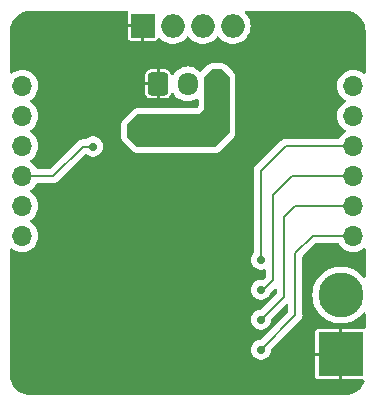
<source format=gbl>
G04 #@! TF.GenerationSoftware,KiCad,Pcbnew,7.0.1*
G04 #@! TF.CreationDate,2023-08-13T17:58:05+02:00*
G04 #@! TF.ProjectId,neopixel_cots_hat,6e656f70-6978-4656-9c5f-636f74735f68,1*
G04 #@! TF.SameCoordinates,Original*
G04 #@! TF.FileFunction,Copper,L2,Bot*
G04 #@! TF.FilePolarity,Positive*
%FSLAX46Y46*%
G04 Gerber Fmt 4.6, Leading zero omitted, Abs format (unit mm)*
G04 Created by KiCad (PCBNEW 7.0.1) date 2023-08-13 17:58:05*
%MOMM*%
%LPD*%
G01*
G04 APERTURE LIST*
G04 Aperture macros list*
%AMRoundRect*
0 Rectangle with rounded corners*
0 $1 Rounding radius*
0 $2 $3 $4 $5 $6 $7 $8 $9 X,Y pos of 4 corners*
0 Add a 4 corners polygon primitive as box body*
4,1,4,$2,$3,$4,$5,$6,$7,$8,$9,$2,$3,0*
0 Add four circle primitives for the rounded corners*
1,1,$1+$1,$2,$3*
1,1,$1+$1,$4,$5*
1,1,$1+$1,$6,$7*
1,1,$1+$1,$8,$9*
0 Add four rect primitives between the rounded corners*
20,1,$1+$1,$2,$3,$4,$5,0*
20,1,$1+$1,$4,$5,$6,$7,0*
20,1,$1+$1,$6,$7,$8,$9,0*
20,1,$1+$1,$8,$9,$2,$3,0*%
G04 Aperture macros list end*
G04 #@! TA.AperFunction,ComponentPad*
%ADD10C,3.800000*%
G04 #@! TD*
G04 #@! TA.AperFunction,ComponentPad*
%ADD11R,3.800000X3.800000*%
G04 #@! TD*
G04 #@! TA.AperFunction,ComponentPad*
%ADD12O,2.000000X2.000000*%
G04 #@! TD*
G04 #@! TA.AperFunction,ComponentPad*
%ADD13O,1.700000X1.700000*%
G04 #@! TD*
G04 #@! TA.AperFunction,ComponentPad*
%ADD14R,2.000000X2.000000*%
G04 #@! TD*
G04 #@! TA.AperFunction,ComponentPad*
%ADD15RoundRect,0.250000X-0.600000X-0.725000X0.600000X-0.725000X0.600000X0.725000X-0.600000X0.725000X0*%
G04 #@! TD*
G04 #@! TA.AperFunction,ComponentPad*
%ADD16O,1.700000X1.950000*%
G04 #@! TD*
G04 #@! TA.AperFunction,ViaPad*
%ADD17C,0.700000*%
G04 #@! TD*
G04 #@! TA.AperFunction,ViaPad*
%ADD18C,0.800000*%
G04 #@! TD*
G04 #@! TA.AperFunction,Conductor*
%ADD19C,0.200000*%
G04 #@! TD*
G04 APERTURE END LIST*
D10*
X117025000Y-71250000D03*
D11*
X117025000Y-76250000D03*
D12*
X107877000Y-48455000D03*
X105337000Y-48455000D03*
D13*
X118067000Y-53535000D03*
X118067000Y-56075000D03*
X118067000Y-58615000D03*
X118067000Y-61155000D03*
X118067000Y-63695000D03*
X118067000Y-66235000D03*
X90067000Y-66235000D03*
X90067000Y-63695000D03*
X90067000Y-61155000D03*
X90067000Y-58615000D03*
X90067000Y-56075000D03*
X90067000Y-53535000D03*
D12*
X102797000Y-48455000D03*
D14*
X100257000Y-48455000D03*
D15*
X101550000Y-53375000D03*
D16*
X104050000Y-53375000D03*
X106550000Y-53375000D03*
D17*
X93970000Y-74490000D03*
X93970000Y-73640000D03*
X98090000Y-73210000D03*
X95880000Y-48490000D03*
X94190000Y-48490000D03*
D18*
X100810000Y-58130000D03*
X99910000Y-58130000D03*
X101260000Y-57330000D03*
X99460000Y-57330000D03*
X100360000Y-57330000D03*
X100800000Y-56550000D03*
X99900000Y-56550000D03*
D17*
X98100000Y-74225000D03*
X98100000Y-72225000D03*
X117975000Y-50725000D03*
X117975000Y-48725000D03*
X108225000Y-59800000D03*
X104225000Y-61800000D03*
X108225000Y-61800000D03*
X106225000Y-61800000D03*
X90242000Y-74625000D03*
X104242000Y-72625000D03*
X114242000Y-78625000D03*
X90242000Y-48625000D03*
X90242000Y-78625000D03*
X90242000Y-50625000D03*
X106242000Y-68625000D03*
X104242000Y-70625000D03*
X90242000Y-76625000D03*
X92242000Y-78625000D03*
X98242000Y-52625000D03*
X104242000Y-68625000D03*
X106242000Y-70625000D03*
X110242000Y-78625000D03*
X112242000Y-78625000D03*
X110250000Y-75875000D03*
X110250000Y-73325000D03*
X110250000Y-70800000D03*
X110250000Y-68250000D03*
X92800000Y-52075000D03*
X95050000Y-50350000D03*
X96050000Y-58675000D03*
D19*
X114665000Y-66235000D02*
X118067000Y-66235000D01*
X113175000Y-67725000D02*
X114665000Y-66235000D01*
X113175000Y-72950000D02*
X113175000Y-67725000D01*
X110250000Y-75875000D02*
X113175000Y-72950000D01*
X113155000Y-63695000D02*
X118067000Y-63695000D01*
X112200000Y-64650000D02*
X113155000Y-63695000D01*
X112200000Y-71375000D02*
X112200000Y-64650000D01*
X110250000Y-73325000D02*
X112200000Y-71375000D01*
X111300000Y-62775000D02*
X112920000Y-61155000D01*
X112920000Y-61155000D02*
X118067000Y-61155000D01*
X111300000Y-69975000D02*
X111300000Y-62775000D01*
X110475000Y-70800000D02*
X111300000Y-69975000D01*
X110250000Y-70800000D02*
X110475000Y-70800000D01*
X112360000Y-58615000D02*
X118067000Y-58615000D01*
X110250000Y-60725000D02*
X112360000Y-58615000D01*
X110250000Y-68250000D02*
X110250000Y-60725000D01*
X95175000Y-58675000D02*
X96050000Y-58675000D01*
X92695000Y-61155000D02*
X95175000Y-58675000D01*
X90067000Y-61155000D02*
X92695000Y-61155000D01*
G04 #@! TA.AperFunction,Conductor*
G36*
X98974844Y-47193141D02*
G01*
X99020453Y-47241045D01*
X99034947Y-47305581D01*
X99025834Y-47333168D01*
X99026317Y-47333265D01*
X99007000Y-47430375D01*
X99007000Y-48330000D01*
X100258000Y-48330000D01*
X100320000Y-48346613D01*
X100365387Y-48392000D01*
X100382000Y-48454000D01*
X100382000Y-49705000D01*
X101281625Y-49705000D01*
X101354543Y-49690495D01*
X101437239Y-49635239D01*
X101492493Y-49552545D01*
X101493824Y-49545857D01*
X101524428Y-49485829D01*
X101581906Y-49450667D01*
X101649285Y-49450754D01*
X101706671Y-49486062D01*
X101777256Y-49562738D01*
X101777259Y-49562740D01*
X101973485Y-49715470D01*
X101973487Y-49715471D01*
X101973491Y-49715474D01*
X102192190Y-49833828D01*
X102427386Y-49914571D01*
X102672665Y-49955500D01*
X102921335Y-49955500D01*
X103166614Y-49914571D01*
X103401810Y-49833828D01*
X103620509Y-49715474D01*
X103816744Y-49562738D01*
X103975771Y-49389988D01*
X104033259Y-49354651D01*
X104100741Y-49354651D01*
X104158228Y-49389988D01*
X104317256Y-49562738D01*
X104317259Y-49562740D01*
X104513485Y-49715470D01*
X104513487Y-49715471D01*
X104513491Y-49715474D01*
X104732190Y-49833828D01*
X104967386Y-49914571D01*
X105212665Y-49955500D01*
X105461335Y-49955500D01*
X105706614Y-49914571D01*
X105941810Y-49833828D01*
X106160509Y-49715474D01*
X106356744Y-49562738D01*
X106515771Y-49389988D01*
X106573259Y-49354651D01*
X106640741Y-49354651D01*
X106698228Y-49389988D01*
X106857256Y-49562738D01*
X106857259Y-49562740D01*
X107053485Y-49715470D01*
X107053487Y-49715471D01*
X107053491Y-49715474D01*
X107272190Y-49833828D01*
X107507386Y-49914571D01*
X107752665Y-49955500D01*
X108001335Y-49955500D01*
X108246614Y-49914571D01*
X108481810Y-49833828D01*
X108700509Y-49715474D01*
X108896744Y-49562738D01*
X109065164Y-49379785D01*
X109201173Y-49171607D01*
X109301063Y-48943881D01*
X109362108Y-48702821D01*
X109382643Y-48455000D01*
X109362108Y-48207179D01*
X109301063Y-47966119D01*
X109201173Y-47738393D01*
X109065164Y-47530215D01*
X108930085Y-47383480D01*
X108902184Y-47333898D01*
X108899362Y-47277071D01*
X108922218Y-47224966D01*
X108965937Y-47188554D01*
X109021317Y-47175500D01*
X117377405Y-47175500D01*
X117420572Y-47175500D01*
X117429418Y-47175816D01*
X117658020Y-47192165D01*
X117675529Y-47194683D01*
X117895144Y-47242458D01*
X117912103Y-47247437D01*
X118122694Y-47325983D01*
X118138777Y-47333327D01*
X118336036Y-47441040D01*
X118350919Y-47450605D01*
X118530836Y-47585289D01*
X118544207Y-47596875D01*
X118703124Y-47755792D01*
X118714710Y-47769163D01*
X118849394Y-47949080D01*
X118858959Y-47963963D01*
X118966669Y-48161217D01*
X118974019Y-48177311D01*
X119052559Y-48387887D01*
X119057543Y-48404862D01*
X119105316Y-48624470D01*
X119107834Y-48641982D01*
X119124184Y-48870582D01*
X119124500Y-48879428D01*
X119124500Y-52388612D01*
X119106509Y-52452940D01*
X119057757Y-52498601D01*
X118992390Y-52512346D01*
X118929379Y-52490188D01*
X118744830Y-52360965D01*
X118530663Y-52261097D01*
X118469501Y-52244709D01*
X118302407Y-52199936D01*
X118067000Y-52179340D01*
X117831592Y-52199936D01*
X117603336Y-52261097D01*
X117389170Y-52360965D01*
X117195598Y-52496505D01*
X117028505Y-52663598D01*
X116892965Y-52857170D01*
X116793097Y-53071336D01*
X116731936Y-53299592D01*
X116711340Y-53535000D01*
X116731936Y-53770407D01*
X116776709Y-53937502D01*
X116793097Y-53998663D01*
X116892965Y-54212830D01*
X117028505Y-54406401D01*
X117195599Y-54573495D01*
X117381160Y-54703426D01*
X117420024Y-54747743D01*
X117434035Y-54805000D01*
X117420024Y-54862257D01*
X117381159Y-54906575D01*
X117195595Y-55036508D01*
X117028505Y-55203598D01*
X116892965Y-55397170D01*
X116793097Y-55611336D01*
X116731936Y-55839592D01*
X116711340Y-56074999D01*
X116731936Y-56310407D01*
X116754934Y-56396235D01*
X116793097Y-56538663D01*
X116892965Y-56752830D01*
X117028505Y-56946401D01*
X117195599Y-57113495D01*
X117381160Y-57243426D01*
X117420024Y-57287743D01*
X117434035Y-57345000D01*
X117420024Y-57402257D01*
X117381159Y-57446575D01*
X117195595Y-57576508D01*
X117028505Y-57743598D01*
X116892964Y-57937171D01*
X116890290Y-57942907D01*
X116844533Y-57995081D01*
X116777909Y-58014500D01*
X112407487Y-58014500D01*
X112391302Y-58013439D01*
X112387376Y-58012922D01*
X112359999Y-58009317D01*
X112324741Y-58013959D01*
X112320639Y-58014500D01*
X112203237Y-58029956D01*
X112057161Y-58090462D01*
X112006982Y-58128965D01*
X111931718Y-58186718D01*
X111931716Y-58186719D01*
X111931715Y-58186721D01*
X111912490Y-58211774D01*
X111901798Y-58223965D01*
X109858965Y-60266798D01*
X109846774Y-60277490D01*
X109821718Y-60296717D01*
X109709660Y-60442752D01*
X109703963Y-60474065D01*
X109664956Y-60568237D01*
X109644317Y-60724999D01*
X109648439Y-60756301D01*
X109649500Y-60772487D01*
X109649500Y-67598272D01*
X109641264Y-67642710D01*
X109617649Y-67681245D01*
X109558140Y-67747334D01*
X109468749Y-67902164D01*
X109413503Y-68072195D01*
X109394815Y-68250000D01*
X109413503Y-68427804D01*
X109468749Y-68597835D01*
X109558140Y-68752665D01*
X109677771Y-68885527D01*
X109822403Y-68990610D01*
X109985735Y-69063330D01*
X110160607Y-69100500D01*
X110160609Y-69100500D01*
X110339391Y-69100500D01*
X110339393Y-69100500D01*
X110514262Y-69063330D01*
X110514261Y-69063330D01*
X110514267Y-69063329D01*
X110525064Y-69058521D01*
X110585227Y-69048183D01*
X110643034Y-69067805D01*
X110684473Y-69112633D01*
X110699500Y-69171801D01*
X110699500Y-69674903D01*
X110690061Y-69722356D01*
X110663183Y-69762581D01*
X110499876Y-69925888D01*
X110447415Y-69957099D01*
X110386416Y-69959495D01*
X110339393Y-69949500D01*
X110339391Y-69949500D01*
X110160609Y-69949500D01*
X110160607Y-69949500D01*
X109985735Y-69986669D01*
X109822408Y-70059387D01*
X109677768Y-70164474D01*
X109558140Y-70297334D01*
X109468749Y-70452164D01*
X109413503Y-70622195D01*
X109394815Y-70800000D01*
X109413503Y-70977804D01*
X109468749Y-71147835D01*
X109558140Y-71302665D01*
X109677771Y-71435527D01*
X109822403Y-71540610D01*
X109822406Y-71540611D01*
X109822407Y-71540612D01*
X109931290Y-71589089D01*
X109985735Y-71613330D01*
X110160607Y-71650500D01*
X110160609Y-71650500D01*
X110339391Y-71650500D01*
X110339393Y-71650500D01*
X110514264Y-71613330D01*
X110514265Y-71613329D01*
X110514267Y-71613329D01*
X110677593Y-71540612D01*
X110822230Y-71435526D01*
X110941859Y-71302665D01*
X111031250Y-71147835D01*
X111048450Y-71094895D01*
X111078695Y-71045538D01*
X111387820Y-70736414D01*
X111437182Y-70706166D01*
X111494898Y-70701624D01*
X111548386Y-70723779D01*
X111585985Y-70767802D01*
X111599500Y-70824097D01*
X111599500Y-71074902D01*
X111590061Y-71122355D01*
X111563181Y-71162583D01*
X110287584Y-72438181D01*
X110247356Y-72465061D01*
X110199903Y-72474500D01*
X110160607Y-72474500D01*
X109985735Y-72511669D01*
X109822408Y-72584387D01*
X109677768Y-72689474D01*
X109558140Y-72822334D01*
X109468749Y-72977164D01*
X109413503Y-73147195D01*
X109413502Y-73147197D01*
X109413503Y-73147197D01*
X109394815Y-73325000D01*
X109403560Y-73408198D01*
X109413503Y-73502804D01*
X109468749Y-73672835D01*
X109558140Y-73827665D01*
X109677771Y-73960527D01*
X109822403Y-74065610D01*
X109822406Y-74065611D01*
X109822407Y-74065612D01*
X109899644Y-74100000D01*
X109985735Y-74138330D01*
X110160607Y-74175500D01*
X110160609Y-74175500D01*
X110339391Y-74175500D01*
X110339393Y-74175500D01*
X110514264Y-74138330D01*
X110514265Y-74138329D01*
X110514267Y-74138329D01*
X110677593Y-74065612D01*
X110822230Y-73960526D01*
X110941859Y-73827665D01*
X111031250Y-73672835D01*
X111086497Y-73502803D01*
X111101294Y-73362015D01*
X111112693Y-73321599D01*
X111136930Y-73287304D01*
X112362818Y-72061417D01*
X112412182Y-72031167D01*
X112469898Y-72026625D01*
X112523385Y-72048780D01*
X112560985Y-72092803D01*
X112574500Y-72149098D01*
X112574500Y-72649903D01*
X112565061Y-72697356D01*
X112538181Y-72737584D01*
X110287584Y-74988181D01*
X110247356Y-75015061D01*
X110199903Y-75024500D01*
X110160607Y-75024500D01*
X109985735Y-75061669D01*
X109822408Y-75134387D01*
X109677768Y-75239474D01*
X109558140Y-75372334D01*
X109468749Y-75527164D01*
X109413503Y-75697195D01*
X109394815Y-75875000D01*
X109413503Y-76052804D01*
X109468749Y-76222835D01*
X109558140Y-76377665D01*
X109677771Y-76510527D01*
X109822403Y-76615610D01*
X109985735Y-76688330D01*
X110160607Y-76725500D01*
X110160609Y-76725500D01*
X110339391Y-76725500D01*
X110339393Y-76725500D01*
X110514264Y-76688330D01*
X110514265Y-76688329D01*
X110514267Y-76688329D01*
X110677593Y-76615612D01*
X110822230Y-76510526D01*
X110941859Y-76377665D01*
X110943398Y-76375000D01*
X114875000Y-76375000D01*
X114875000Y-78174625D01*
X114889504Y-78247543D01*
X114944760Y-78330239D01*
X115027456Y-78385495D01*
X115100375Y-78400000D01*
X116900000Y-78400000D01*
X116900000Y-76375000D01*
X114875000Y-76375000D01*
X110943398Y-76375000D01*
X111031250Y-76222835D01*
X111063039Y-76125000D01*
X114875000Y-76125000D01*
X116900000Y-76125000D01*
X116900000Y-74100000D01*
X115100375Y-74100000D01*
X115027456Y-74114504D01*
X114944760Y-74169760D01*
X114889504Y-74252456D01*
X114875000Y-74325375D01*
X114875000Y-76125000D01*
X111063039Y-76125000D01*
X111086497Y-76052803D01*
X111101294Y-75912014D01*
X111112693Y-75871598D01*
X111136930Y-75837303D01*
X113566043Y-73408190D01*
X113578223Y-73397509D01*
X113603282Y-73378282D01*
X113699536Y-73252841D01*
X113760044Y-73106762D01*
X113775500Y-72989361D01*
X113780682Y-72950000D01*
X113776560Y-72918697D01*
X113775500Y-72902513D01*
X113775500Y-68025097D01*
X113784939Y-67977644D01*
X113811819Y-67937416D01*
X114877416Y-66871819D01*
X114917644Y-66844939D01*
X114965097Y-66835500D01*
X116777909Y-66835500D01*
X116844534Y-66854919D01*
X116890290Y-66907094D01*
X116892965Y-66912830D01*
X117028505Y-67106401D01*
X117195599Y-67273495D01*
X117389170Y-67409035D01*
X117603337Y-67508903D01*
X117831592Y-67570063D01*
X118067000Y-67590659D01*
X118302408Y-67570063D01*
X118530663Y-67508903D01*
X118744830Y-67409035D01*
X118929379Y-67279811D01*
X118992390Y-67257654D01*
X119057757Y-67271399D01*
X119106509Y-67317060D01*
X119124500Y-67381388D01*
X119124500Y-69677498D01*
X119109904Y-69735865D01*
X119069552Y-69780492D01*
X119012945Y-69800872D01*
X118953407Y-69792207D01*
X118904956Y-69756538D01*
X118876678Y-69722356D01*
X118778349Y-69603496D01*
X118778348Y-69603495D01*
X118558160Y-69396723D01*
X118313795Y-69219183D01*
X118049102Y-69073667D01*
X117768262Y-68962474D01*
X117475700Y-68887358D01*
X117176028Y-68849500D01*
X117176027Y-68849500D01*
X116873973Y-68849500D01*
X116873972Y-68849500D01*
X116574299Y-68887358D01*
X116281737Y-68962474D01*
X116000897Y-69073667D01*
X115736204Y-69219183D01*
X115491839Y-69396723D01*
X115271650Y-69603496D01*
X115079114Y-69836233D01*
X114917268Y-70091260D01*
X114788658Y-70364571D01*
X114695319Y-70651836D01*
X114638719Y-70948547D01*
X114619753Y-71250000D01*
X114638719Y-71551452D01*
X114695319Y-71848163D01*
X114788658Y-72135428D01*
X114917268Y-72408739D01*
X114982590Y-72511669D01*
X115079115Y-72663768D01*
X115140181Y-72737584D01*
X115271650Y-72896503D01*
X115491839Y-73103276D01*
X115736204Y-73280816D01*
X115816573Y-73324999D01*
X116000896Y-73426332D01*
X116141317Y-73481928D01*
X116281737Y-73537525D01*
X116436141Y-73577168D01*
X116574302Y-73612642D01*
X116823314Y-73644100D01*
X116873972Y-73650500D01*
X116873973Y-73650500D01*
X117176027Y-73650500D01*
X117176028Y-73650500D01*
X117219360Y-73645025D01*
X117475698Y-73612642D01*
X117768262Y-73537525D01*
X118049104Y-73426332D01*
X118313795Y-73280816D01*
X118497710Y-73147195D01*
X118558160Y-73103276D01*
X118582079Y-73080814D01*
X118778349Y-72896504D01*
X118904956Y-72743461D01*
X118953407Y-72707793D01*
X119012945Y-72699128D01*
X119069552Y-72719508D01*
X119109904Y-72764135D01*
X119124500Y-72822502D01*
X119124500Y-73983691D01*
X119112595Y-74036708D01*
X119079164Y-74079545D01*
X119030629Y-74103975D01*
X118976307Y-74105308D01*
X118949623Y-74100000D01*
X117150000Y-74100000D01*
X117150000Y-78400000D01*
X118915781Y-78400000D01*
X118973256Y-78414124D01*
X119017637Y-78453280D01*
X119038814Y-78508546D01*
X119031963Y-78567333D01*
X118974019Y-78722688D01*
X118966669Y-78738782D01*
X118858959Y-78936036D01*
X118849394Y-78950919D01*
X118714710Y-79130836D01*
X118703124Y-79144207D01*
X118544207Y-79303124D01*
X118530836Y-79314710D01*
X118350919Y-79449394D01*
X118336036Y-79458959D01*
X118138782Y-79566669D01*
X118122688Y-79574019D01*
X117912112Y-79652559D01*
X117895137Y-79657543D01*
X117675529Y-79705316D01*
X117658017Y-79707834D01*
X117429418Y-79724184D01*
X117420572Y-79724500D01*
X90729428Y-79724500D01*
X90720582Y-79724184D01*
X90491982Y-79707834D01*
X90474470Y-79705316D01*
X90254862Y-79657543D01*
X90237887Y-79652559D01*
X90027311Y-79574019D01*
X90011217Y-79566669D01*
X89813963Y-79458959D01*
X89799080Y-79449394D01*
X89619163Y-79314710D01*
X89605792Y-79303124D01*
X89446875Y-79144207D01*
X89435289Y-79130836D01*
X89300605Y-78950919D01*
X89291040Y-78936036D01*
X89183330Y-78738782D01*
X89175983Y-78722694D01*
X89097437Y-78512103D01*
X89092458Y-78495144D01*
X89044683Y-78275529D01*
X89042165Y-78258017D01*
X89025816Y-78029418D01*
X89025500Y-78020572D01*
X89025500Y-67392592D01*
X89043491Y-67328264D01*
X89092243Y-67282603D01*
X89157610Y-67268857D01*
X89220621Y-67291016D01*
X89389170Y-67409035D01*
X89603337Y-67508903D01*
X89831592Y-67570063D01*
X90067000Y-67590659D01*
X90302408Y-67570063D01*
X90530663Y-67508903D01*
X90744830Y-67409035D01*
X90938401Y-67273495D01*
X91105495Y-67106401D01*
X91241035Y-66912830D01*
X91340903Y-66698663D01*
X91402063Y-66470408D01*
X91422659Y-66235000D01*
X91402063Y-65999592D01*
X91340903Y-65771337D01*
X91241035Y-65557171D01*
X91105495Y-65363599D01*
X90938401Y-65196505D01*
X90752839Y-65066573D01*
X90713976Y-65022257D01*
X90699965Y-64965000D01*
X90713976Y-64907743D01*
X90752839Y-64863426D01*
X90938401Y-64733495D01*
X91105495Y-64566401D01*
X91241035Y-64372830D01*
X91340903Y-64158663D01*
X91402063Y-63930408D01*
X91422659Y-63695000D01*
X91402063Y-63459592D01*
X91340903Y-63231337D01*
X91241035Y-63017171D01*
X91105495Y-62823599D01*
X90938401Y-62656505D01*
X90752839Y-62526573D01*
X90713974Y-62482255D01*
X90699964Y-62424999D01*
X90713975Y-62367742D01*
X90752837Y-62323428D01*
X90938401Y-62193495D01*
X91105495Y-62026401D01*
X91241035Y-61832830D01*
X91243709Y-61827094D01*
X91289466Y-61774919D01*
X91356091Y-61755500D01*
X92647513Y-61755500D01*
X92663697Y-61756560D01*
X92695000Y-61760682D01*
X92851762Y-61740044D01*
X92997841Y-61679536D01*
X93077172Y-61618663D01*
X93123282Y-61583282D01*
X93142509Y-61558223D01*
X93153190Y-61546043D01*
X95351301Y-59347933D01*
X95400662Y-59317685D01*
X95458379Y-59313143D01*
X95511866Y-59335299D01*
X95622403Y-59415610D01*
X95785735Y-59488330D01*
X95960607Y-59525500D01*
X95960609Y-59525500D01*
X96139391Y-59525500D01*
X96139393Y-59525500D01*
X96314264Y-59488330D01*
X96314265Y-59488329D01*
X96314267Y-59488329D01*
X96477593Y-59415612D01*
X96622230Y-59310526D01*
X96741859Y-59177665D01*
X96831250Y-59022835D01*
X96886497Y-58852803D01*
X96905185Y-58675000D01*
X96886497Y-58497197D01*
X96831250Y-58327165D01*
X96831250Y-58327164D01*
X96741859Y-58172334D01*
X96622228Y-58039472D01*
X96477596Y-57934389D01*
X96314264Y-57861669D01*
X96139393Y-57824500D01*
X96139391Y-57824500D01*
X95960609Y-57824500D01*
X95960607Y-57824500D01*
X95785735Y-57861669D01*
X95622408Y-57934387D01*
X95467227Y-58047134D01*
X95466239Y-58045775D01*
X95441460Y-58063779D01*
X95391024Y-58074500D01*
X95222487Y-58074500D01*
X95206302Y-58073439D01*
X95201776Y-58072843D01*
X95174998Y-58069317D01*
X95004431Y-58091772D01*
X94991524Y-58101021D01*
X94872160Y-58150463D01*
X94871021Y-58151337D01*
X94746718Y-58246718D01*
X94746716Y-58246719D01*
X94746715Y-58246721D01*
X94727490Y-58271774D01*
X94716798Y-58283965D01*
X92482584Y-60518181D01*
X92442356Y-60545061D01*
X92394903Y-60554500D01*
X91356091Y-60554500D01*
X91289467Y-60535081D01*
X91243710Y-60482907D01*
X91241035Y-60477171D01*
X91105494Y-60283598D01*
X90938404Y-60116508D01*
X90938404Y-60116507D01*
X90938401Y-60116505D01*
X90752839Y-59986573D01*
X90713974Y-59942255D01*
X90699964Y-59884999D01*
X90713975Y-59827742D01*
X90752837Y-59783428D01*
X90938401Y-59653495D01*
X91105495Y-59486401D01*
X91241035Y-59292830D01*
X91340903Y-59078663D01*
X91402063Y-58850408D01*
X91422659Y-58615000D01*
X91402063Y-58379592D01*
X91340903Y-58151337D01*
X91241035Y-57937171D01*
X91158038Y-57818638D01*
X98414500Y-57818638D01*
X98424213Y-57917259D01*
X98433651Y-57964710D01*
X98462417Y-58059537D01*
X98479648Y-58091772D01*
X98509134Y-58146935D01*
X98536014Y-58187163D01*
X98556212Y-58211774D01*
X98598879Y-58263764D01*
X99396235Y-59061120D01*
X99396239Y-59061123D01*
X99472837Y-59123986D01*
X99513065Y-59150866D01*
X99563201Y-59177665D01*
X99600462Y-59197582D01*
X99695289Y-59226348D01*
X99726637Y-59232583D01*
X99742744Y-59235787D01*
X99841362Y-59245500D01*
X106338638Y-59245500D01*
X106437256Y-59235787D01*
X106469035Y-59229465D01*
X106484710Y-59226348D01*
X106579537Y-59197582D01*
X106579537Y-59197581D01*
X106579540Y-59197581D01*
X106666935Y-59150866D01*
X106707163Y-59123986D01*
X106783761Y-59061123D01*
X107921123Y-57923761D01*
X107983986Y-57847163D01*
X108010866Y-57806935D01*
X108057581Y-57719540D01*
X108086348Y-57624709D01*
X108095787Y-57577256D01*
X108105500Y-57478638D01*
X108105500Y-52791362D01*
X108095787Y-52692744D01*
X108092583Y-52676637D01*
X108086348Y-52645289D01*
X108057582Y-52550462D01*
X108037208Y-52512346D01*
X108010866Y-52463065D01*
X107983986Y-52422837D01*
X107921123Y-52346239D01*
X107921120Y-52346235D01*
X107373764Y-51798879D01*
X107349555Y-51779011D01*
X107297163Y-51736014D01*
X107256935Y-51709134D01*
X107243967Y-51702202D01*
X107169537Y-51662417D01*
X107074710Y-51633651D01*
X107027259Y-51624213D01*
X106928638Y-51614500D01*
X106151362Y-51614500D01*
X106052740Y-51624213D01*
X106005289Y-51633651D01*
X105910462Y-51662417D01*
X105823066Y-51709133D01*
X105782836Y-51736015D01*
X105706235Y-51798879D01*
X105195187Y-52309928D01*
X105139600Y-52342022D01*
X105075413Y-52342022D01*
X105019825Y-52309929D01*
X104921401Y-52211505D01*
X104875466Y-52179341D01*
X104727830Y-52075965D01*
X104513663Y-51976097D01*
X104452501Y-51959709D01*
X104285407Y-51914936D01*
X104050000Y-51894340D01*
X103814592Y-51914936D01*
X103586336Y-51976097D01*
X103372170Y-52075965D01*
X103178598Y-52211505D01*
X103011505Y-52378598D01*
X102869743Y-52581057D01*
X102868061Y-52579879D01*
X102836939Y-52617109D01*
X102777191Y-52639247D01*
X102714338Y-52628791D01*
X102664975Y-52588503D01*
X102652470Y-52555938D01*
X102649041Y-52557218D01*
X102593352Y-52407910D01*
X102507188Y-52292811D01*
X102392089Y-52206647D01*
X102257375Y-52156402D01*
X102197824Y-52150000D01*
X101675000Y-52150000D01*
X101675000Y-54600000D01*
X102197824Y-54600000D01*
X102257375Y-54593597D01*
X102392089Y-54543352D01*
X102507188Y-54457188D01*
X102593352Y-54342089D01*
X102649041Y-54192782D01*
X102652470Y-54194061D01*
X102664972Y-54161499D01*
X102714337Y-54121208D01*
X102777193Y-54110752D01*
X102836943Y-54132893D01*
X102868060Y-54170120D01*
X102869743Y-54168943D01*
X102875964Y-54177828D01*
X102875965Y-54177829D01*
X103011505Y-54371401D01*
X103178599Y-54538495D01*
X103372170Y-54674035D01*
X103586337Y-54773903D01*
X103814592Y-54835063D01*
X104050000Y-54855659D01*
X104285408Y-54835063D01*
X104513663Y-54773903D01*
X104727829Y-54674035D01*
X104779376Y-54637941D01*
X104842390Y-54615781D01*
X104907757Y-54629527D01*
X104956509Y-54675188D01*
X104974500Y-54739516D01*
X104974500Y-55199254D01*
X104965061Y-55246707D01*
X104938181Y-55286935D01*
X104846935Y-55378181D01*
X104806707Y-55405061D01*
X104759254Y-55414500D01*
X99841362Y-55414500D01*
X99742740Y-55424213D01*
X99695289Y-55433651D01*
X99600462Y-55462417D01*
X99513066Y-55509133D01*
X99472836Y-55536015D01*
X99396235Y-55598879D01*
X98598879Y-56396235D01*
X98536015Y-56472836D01*
X98509133Y-56513066D01*
X98462417Y-56600462D01*
X98433651Y-56695289D01*
X98424213Y-56742740D01*
X98414500Y-56841362D01*
X98414500Y-57818638D01*
X91158038Y-57818638D01*
X91105495Y-57743599D01*
X90938401Y-57576505D01*
X90752839Y-57446573D01*
X90713974Y-57402255D01*
X90699964Y-57344999D01*
X90713975Y-57287742D01*
X90752837Y-57243428D01*
X90938401Y-57113495D01*
X91105495Y-56946401D01*
X91241035Y-56752830D01*
X91340903Y-56538663D01*
X91402063Y-56310408D01*
X91422659Y-56075000D01*
X91402063Y-55839592D01*
X91340903Y-55611337D01*
X91241035Y-55397171D01*
X91105495Y-55203599D01*
X90938401Y-55036505D01*
X90752839Y-54906573D01*
X90713976Y-54862257D01*
X90699965Y-54805000D01*
X90713976Y-54747743D01*
X90752839Y-54703426D01*
X90938401Y-54573495D01*
X91105495Y-54406401D01*
X91241035Y-54212830D01*
X91340903Y-53998663D01*
X91402063Y-53770408D01*
X91422659Y-53535000D01*
X91419597Y-53500000D01*
X100450000Y-53500000D01*
X100450000Y-54147824D01*
X100456402Y-54207375D01*
X100506647Y-54342089D01*
X100592811Y-54457188D01*
X100707910Y-54543352D01*
X100842624Y-54593597D01*
X100902176Y-54600000D01*
X101425000Y-54600000D01*
X101425000Y-53500000D01*
X100450000Y-53500000D01*
X91419597Y-53500000D01*
X91402063Y-53299592D01*
X91388775Y-53250000D01*
X100450000Y-53250000D01*
X101425000Y-53250000D01*
X101425000Y-52150000D01*
X100902176Y-52150000D01*
X100842624Y-52156402D01*
X100707910Y-52206647D01*
X100592811Y-52292811D01*
X100506647Y-52407910D01*
X100456402Y-52542624D01*
X100450000Y-52602176D01*
X100450000Y-53250000D01*
X91388775Y-53250000D01*
X91340903Y-53071337D01*
X91241035Y-52857171D01*
X91105495Y-52663599D01*
X90938401Y-52496505D01*
X90744830Y-52360965D01*
X90530663Y-52261097D01*
X90469501Y-52244709D01*
X90302407Y-52199936D01*
X90067000Y-52179340D01*
X89831592Y-52199936D01*
X89603336Y-52261097D01*
X89389170Y-52360965D01*
X89220623Y-52478983D01*
X89157610Y-52501143D01*
X89092243Y-52487397D01*
X89043491Y-52441736D01*
X89025500Y-52377408D01*
X89025500Y-48879428D01*
X89025816Y-48870582D01*
X89037814Y-48702821D01*
X89042165Y-48641977D01*
X89044683Y-48624470D01*
X89054357Y-48580000D01*
X99007000Y-48580000D01*
X99007000Y-49479625D01*
X99021504Y-49552543D01*
X99076760Y-49635239D01*
X99159456Y-49690495D01*
X99232375Y-49705000D01*
X100132000Y-49705000D01*
X100132000Y-48580000D01*
X99007000Y-48580000D01*
X89054357Y-48580000D01*
X89092459Y-48404851D01*
X89097436Y-48387900D01*
X89175985Y-48177299D01*
X89183325Y-48161227D01*
X89291044Y-47963956D01*
X89300600Y-47949086D01*
X89435294Y-47769156D01*
X89446868Y-47755799D01*
X89605799Y-47596868D01*
X89619156Y-47585294D01*
X89799086Y-47450600D01*
X89813956Y-47441044D01*
X90011227Y-47333325D01*
X90027299Y-47325985D01*
X90237900Y-47247436D01*
X90254851Y-47242459D01*
X90474472Y-47194682D01*
X90491977Y-47192165D01*
X90720581Y-47175816D01*
X90729428Y-47175500D01*
X90772595Y-47175500D01*
X98911096Y-47175500D01*
X98974844Y-47193141D01*
G37*
G04 #@! TD.AperFunction*
G04 #@! TA.AperFunction,Conductor*
G36*
X106976091Y-52129439D02*
G01*
X107016319Y-52156319D01*
X107563681Y-52703681D01*
X107590561Y-52743909D01*
X107600000Y-52791362D01*
X107600000Y-57478638D01*
X107590561Y-57526091D01*
X107563681Y-57566319D01*
X106426319Y-58703681D01*
X106386091Y-58730561D01*
X106338638Y-58740000D01*
X99841362Y-58740000D01*
X99793909Y-58730561D01*
X99753681Y-58703681D01*
X98956319Y-57906319D01*
X98929439Y-57866091D01*
X98920000Y-57818638D01*
X98920000Y-56841362D01*
X98929439Y-56793909D01*
X98956319Y-56753681D01*
X99753681Y-55956319D01*
X99793909Y-55929439D01*
X99841362Y-55920000D01*
X105020000Y-55920000D01*
X105480000Y-55460000D01*
X105480000Y-52791362D01*
X105489439Y-52743909D01*
X105516319Y-52703681D01*
X106063681Y-52156319D01*
X106103909Y-52129439D01*
X106151362Y-52120000D01*
X106928638Y-52120000D01*
X106976091Y-52129439D01*
G37*
G04 #@! TD.AperFunction*
M02*

</source>
